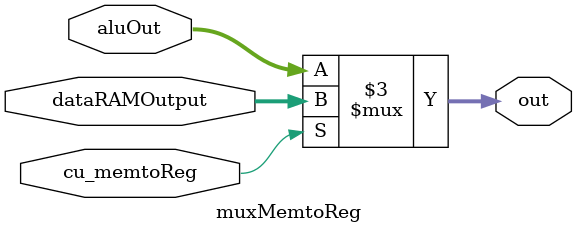
<source format=v>
module muxMemtoReg (aluOut, dataRAMOutput, out, cu_memtoReg);
  input cu_memtoReg;
  input [31:0] aluOut;
  input [31:0] dataRAMOutput;

  output reg [31:0] out;

  always @ ( * ) begin
    if(cu_memtoReg)
      out = dataRAMOutput;
    else
      out = aluOut;
  end
endmodule // muxMemtoReg

</source>
